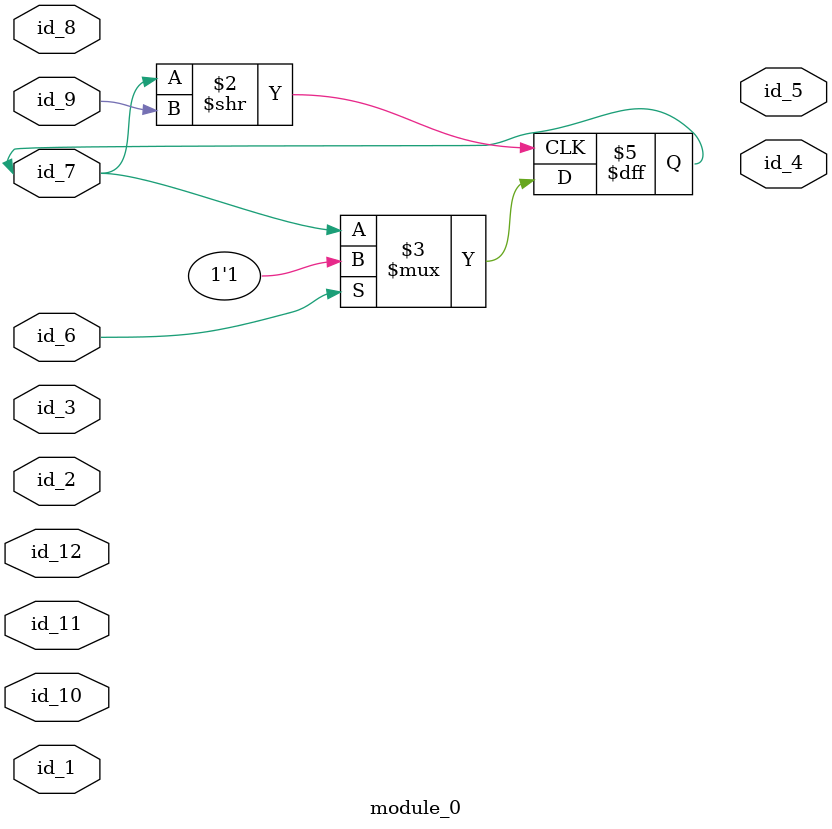
<source format=v>
`timescale 1ps / 1 ps
module module_0 (
    id_1,
    id_2,
    id_3,
    id_4,
    id_5,
    id_6,
    id_7,
    id_8,
    id_9,
    id_10,
    id_11,
    id_12
);
  inout id_12;
  inout id_11;
  inout id_10;
  inout id_9;
  input id_8;
  inout id_7;
  inout id_6;
  output id_5;
  output id_4;
  input id_3;
  input id_2;
  input id_1;
  always @(posedge id_7 >> id_9) if (id_6) id_7 <= 1;
endmodule

</source>
